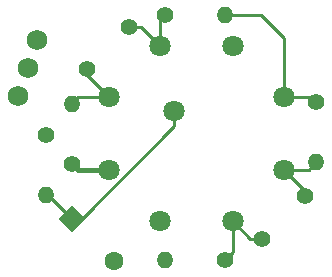
<source format=gbr>
%TF.GenerationSoftware,KiCad,Pcbnew,(6.0.4)*%
%TF.CreationDate,2023-07-07T19:50:39-04:00*%
%TF.ProjectId,Rotary Switch Board,526f7461-7279-4205-9377-697463682042,rev?*%
%TF.SameCoordinates,Original*%
%TF.FileFunction,Copper,L1,Top*%
%TF.FilePolarity,Positive*%
%FSLAX46Y46*%
G04 Gerber Fmt 4.6, Leading zero omitted, Abs format (unit mm)*
G04 Created by KiCad (PCBNEW (6.0.4)) date 2023-07-07 19:50:39*
%MOMM*%
%LPD*%
G01*
G04 APERTURE LIST*
G04 Aperture macros list*
%AMHorizOval*
0 Thick line with rounded ends*
0 $1 width*
0 $2 $3 position (X,Y) of the first rounded end (center of the circle)*
0 $4 $5 position (X,Y) of the second rounded end (center of the circle)*
0 Add line between two ends*
20,1,$1,$2,$3,$4,$5,0*
0 Add two circle primitives to create the rounded ends*
1,1,$1,$2,$3*
1,1,$1,$4,$5*%
%AMRotRect*
0 Rectangle, with rotation*
0 The origin of the aperture is its center*
0 $1 length*
0 $2 width*
0 $3 Rotation angle, in degrees counterclockwise*
0 Add horizontal line*
21,1,$1,$2,0,0,$3*%
G04 Aperture macros list end*
%TA.AperFunction,ComponentPad*%
%ADD10C,1.752600*%
%TD*%
%TA.AperFunction,ComponentPad*%
%ADD11C,1.400000*%
%TD*%
%TA.AperFunction,ComponentPad*%
%ADD12O,1.400000X1.400000*%
%TD*%
%TA.AperFunction,ComponentPad*%
%ADD13RotRect,1.600000X1.600000X315.000000*%
%TD*%
%TA.AperFunction,ComponentPad*%
%ADD14C,1.600000*%
%TD*%
%TA.AperFunction,ComponentPad*%
%ADD15HorizOval,1.400000X0.000000X0.000000X0.000000X0.000000X0*%
%TD*%
%TA.AperFunction,ComponentPad*%
%ADD16HorizOval,1.400000X0.000000X0.000000X0.000000X0.000000X0*%
%TD*%
%TA.AperFunction,ComponentPad*%
%ADD17C,1.800000*%
%TD*%
%TA.AperFunction,Conductor*%
%ADD18C,0.254000*%
%TD*%
%TA.AperFunction,Conductor*%
%ADD19C,0.381000*%
%TD*%
G04 APERTURE END LIST*
D10*
%TO.P,J6,1*%
%TO.N,GND*%
X125201447Y-104917525D03*
%TD*%
D11*
%TO.P,R1,1*%
%TO.N,Signal*%
X126788947Y-110600775D03*
D12*
%TO.P,R1,2*%
%TO.N,Net-(C1-Pad1)*%
X126788947Y-115680775D03*
%TD*%
D11*
%TO.P,R4,1*%
%TO.N,Net-(R3-Pad2)*%
X136821947Y-100440775D03*
D12*
%TO.P,R4,2*%
%TO.N,Net-(R4-Pad2)*%
X141901947Y-100440775D03*
%TD*%
D10*
%TO.P,,1*%
%TO.N,Signal*%
X125995197Y-102536275D03*
%TD*%
D13*
%TO.P,C1,1*%
%TO.N,Net-(C1-Pad1)*%
X128958180Y-117723008D03*
D14*
%TO.P,C1,2*%
%TO.N,GND*%
X132493714Y-121258542D03*
%TD*%
D10*
%TO.P,,1*%
%TO.N,+5V*%
X124407697Y-107298775D03*
%TD*%
D11*
%TO.P,R2,1*%
%TO.N,GND*%
X128947947Y-113013775D03*
D12*
%TO.P,R2,2*%
%TO.N,Net-(R2-Pad2)*%
X128947947Y-107933775D03*
%TD*%
D11*
%TO.P,R3,1*%
%TO.N,Net-(R2-Pad2)*%
X130199896Y-105030826D03*
D15*
%TO.P,R3,2*%
%TO.N,Net-(R3-Pad2)*%
X133791998Y-101438724D03*
%TD*%
D11*
%TO.P,R5,1*%
%TO.N,Net-(R4-Pad2)*%
X149648947Y-107806775D03*
D12*
%TO.P,R5,2*%
%TO.N,Net-(R5-Pad2)*%
X149648947Y-112886775D03*
%TD*%
D11*
%TO.P,R7,1*%
%TO.N,Net-(R6-Pad2)*%
X141901947Y-121141775D03*
D12*
%TO.P,R7,2*%
%TO.N,+5V*%
X136821947Y-121141775D03*
%TD*%
D11*
%TO.P,R6,1*%
%TO.N,Net-(R5-Pad2)*%
X148650998Y-115789724D03*
D16*
%TO.P,R6,2*%
%TO.N,Net-(R6-Pad2)*%
X145058896Y-119381826D03*
%TD*%
D17*
%TO.P,SW1,1*%
%TO.N,GND*%
X132097560Y-113534840D03*
%TO.P,SW1,2*%
%TO.N,Net-(R2-Pad2)*%
X132098267Y-107412003D03*
%TO.P,SW1,3*%
%TO.N,Net-(R3-Pad2)*%
X136427175Y-103083095D03*
%TO.P,SW1,4*%
%TO.N,unconnected-(SW1-Pad4)*%
X142550012Y-103082388D03*
%TO.P,SW1,5*%
%TO.N,Net-(R4-Pad2)*%
X146880334Y-107412710D03*
%TO.P,SW1,6*%
%TO.N,Net-(R5-Pad2)*%
X146880334Y-113534840D03*
%TO.P,SW1,7*%
%TO.N,Net-(R6-Pad2)*%
X142550012Y-117865162D03*
%TO.P,SW1,8*%
%TO.N,unconnected-(SW1-Pad8)*%
X136427882Y-117865162D03*
%TO.P,SW1,9*%
%TO.N,Net-(C1-Pad1)*%
X137615114Y-108599942D03*
%TD*%
D18*
%TO.N,Net-(C1-Pad1)*%
X126915947Y-115680775D02*
X126788947Y-115680775D01*
X137615114Y-108599942D02*
X137615114Y-109872734D01*
X129764840Y-117723008D02*
X128958180Y-117723008D01*
X137615114Y-109872734D02*
X129764840Y-117723008D01*
X128958180Y-117723008D02*
X126915947Y-115680775D01*
D19*
%TO.N,GND*%
X129469012Y-113534840D02*
X128947947Y-113013775D01*
X132097560Y-113534840D02*
X129469012Y-113534840D01*
D18*
%TO.N,Net-(R2-Pad2)*%
X132098267Y-107412003D02*
X130199896Y-105513632D01*
X129469719Y-107412003D02*
X128947947Y-107933775D01*
X132098267Y-107412003D02*
X132098267Y-106929197D01*
X132098267Y-107412003D02*
X129469719Y-107412003D01*
X130199896Y-105513632D02*
X130199896Y-105030826D01*
X131576495Y-107933767D02*
G75*
G03*
X132098267Y-107412003I5J521767D01*
G01*
%TO.N,Net-(R3-Pad2)*%
X136427175Y-100835547D02*
X136821947Y-100440775D01*
X136427175Y-103083095D02*
X134782804Y-101438724D01*
X136427175Y-103083095D02*
X136427175Y-100835547D01*
X134782804Y-101438724D02*
X133791998Y-101438724D01*
%TO.N,Net-(R4-Pad2)*%
X146880334Y-107412710D02*
X149254882Y-107412710D01*
X144949947Y-100440775D02*
X141901947Y-100440775D01*
X146880334Y-102371162D02*
X144949947Y-100440775D01*
X146880334Y-107412710D02*
X146880334Y-102371162D01*
X149254882Y-107412710D02*
X149648947Y-107806775D01*
%TO.N,Net-(R5-Pad2)*%
X149000882Y-113534840D02*
X149648947Y-112886775D01*
X146880334Y-113534840D02*
X149000882Y-113534840D01*
X146880334Y-113534840D02*
X148650998Y-115305504D01*
X148650998Y-115305504D02*
X148650998Y-115789724D01*
%TO.N,Net-(R6-Pad2)*%
X142550012Y-120493710D02*
X141901947Y-121141775D01*
X142550012Y-117865162D02*
X142550012Y-120493710D01*
X144066676Y-119381826D02*
X145058896Y-119381826D01*
X142550012Y-117865162D02*
X144066676Y-119381826D01*
%TD*%
M02*

</source>
